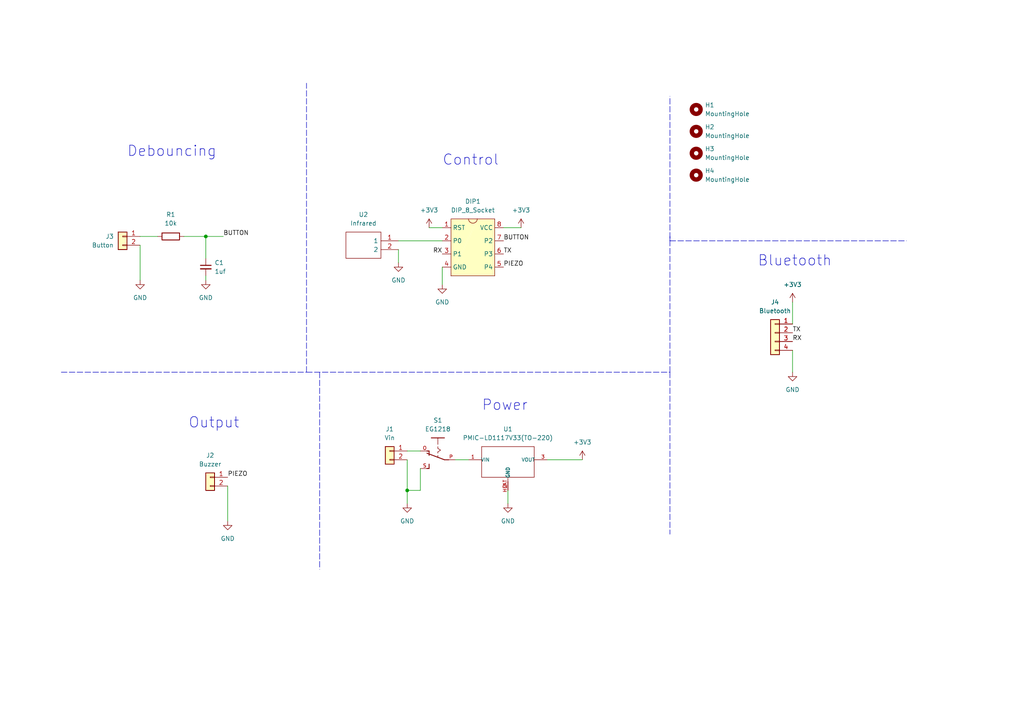
<source format=kicad_sch>
(kicad_sch (version 20211123) (generator eeschema)
  (paper "A4")
  (lib_symbols
    (symbol "Connector_Generic:Conn_01x02" (pin_names (offset 1.016) hide)
      (property "Reference" "J" (at 0 2.54 0))
      (property "Value" "Conn_01x02" (at 0 -5.08 0))
      (symbol "Conn_01x02_1_1"
        (rectangle (start -1.27 -2.413) (end 0 -2.667) (stroke (width 0.1524)))
        (rectangle (start -1.27 0.127) (end 0 -0.127) (stroke (width 0.1524)))
        (rectangle (start -1.27 1.27) (end 1.27 -3.81) (stroke (width 0.254)) (fill (type background)))
        (pin passive line (at -5.08 0 0) (length 3.81) (name "Pin_1") (number "1"))
        (pin passive line (at -5.08 -2.54 0) (length 3.81) (name "Pin_2") (number "2"))
      )
    )
    (symbol "Connector_Generic:Conn_01x04" (pin_names (offset 1.016) hide)
      (property "Reference" "J" (at 0 5.08 0))
      (property "Value" "Conn_01x04" (at 0 -7.62 0))
      (symbol "Conn_01x04_1_1"
        (rectangle (start -1.27 -4.953) (end 0 -5.207) (stroke (width 0.1524)))
        (rectangle (start -1.27 -2.413) (end 0 -2.667) (stroke (width 0.1524)))
        (rectangle (start -1.27 0.127) (end 0 -0.127) (stroke (width 0.1524)))
        (rectangle (start -1.27 2.667) (end 0 2.413) (stroke (width 0.1524)))
        (rectangle (start -1.27 3.81) (end 1.27 -6.35) (stroke (width 0.254)) (fill (type background)))
        (pin passive line (at -5.08 2.54 0) (length 3.81) (name "Pin_1") (number "1"))
        (pin passive line (at -5.08 0 0) (length 3.81) (name "Pin_2") (number "2"))
        (pin passive line (at -5.08 -2.54 0) (length 3.81) (name "Pin_3") (number "3"))
        (pin passive line (at -5.08 -5.08 0) (length 3.81) (name "Pin_4") (number "4"))
      )
    )
    (symbol "DIP_8_Socket:DIP_8_Socket"
      (property "Reference" "DIP1" (at 0 11.43 0))
      (property "Value" "DIP_8_Socket" (at 0 8.89 0))
      (symbol "DIP_8_Socket_0_1"
        (arc (start -1.27 6.35) (mid 0 5.1184) (end 1.27 6.35))
        (polyline (pts (xy -6.35 -10.16) (xy -6.35 6.35) (xy 1.27 6.35)) (fill (type background)))
        (polyline (pts (xy -6.35 -10.16) (xy 6.35 -10.16) (xy 6.35 6.35) (xy 1.27 6.35)) (fill (type background)))
      )
      (symbol "DIP_8_Socket_1_1"
        (pin bidirectional line (at -8.89 3.81 0) (length 2.54) (name "RST") (number "1"))
        (pin bidirectional line (at -8.89 0 0) (length 2.54) (name "P0") (number "2"))
        (pin bidirectional line (at -8.89 -3.81 0) (length 2.54) (name "P1") (number "3"))
        (pin power_in line (at -8.89 -7.62 0) (length 2.54) (name "GND") (number "4"))
        (pin bidirectional line (at 8.89 -7.62 180) (length 2.54) (name "P4") (number "5"))
        (pin bidirectional line (at 8.89 -3.81 180) (length 2.54) (name "P3") (number "6"))
        (pin bidirectional line (at 8.89 0 180) (length 2.54) (name "P2") (number "7"))
        (pin power_in line (at 8.89 3.81 180) (length 2.54) (name "VCC") (number "8"))
      )
    )
    (symbol "Device:C_Small" (pin_numbers hide) (pin_names (offset 0.254) hide)
      (property "Reference" "C" (at 0.254 1.778 0))
      (property "Value" "C_Small" (at 0.254 -2.032 0))
      (symbol "C_Small_0_1"
        (polyline (pts (xy -1.524 -0.508) (xy 1.524 -0.508)) (stroke (width 0.3302)))
        (polyline (pts (xy -1.524 0.508) (xy 1.524 0.508)) (stroke (width 0.3048)))
      )
      (symbol "C_Small_1_1"
        (pin passive line (at 0 2.54 270) (length 2.032) (name "~") (number "1"))
        (pin passive line (at 0 -2.54 90) (length 2.032) (name "~") (number "2"))
      )
    )
    (symbol "Device:R" (pin_numbers hide) (pin_names (offset 0))
      (property "Reference" "R" (at 2.032 0 90))
      (property "Value" "R" (at 0 0 90))
      (symbol "R_0_1"
        (rectangle (start -1.016 -2.54) (end 1.016 2.54) (stroke (width 0.254)))
      )
      (symbol "R_1_1"
        (pin passive line (at 0 3.81 270) (length 1.27) (name "~") (number "1"))
        (pin passive line (at 0 -3.81 90) (length 1.27) (name "~") (number "2"))
      )
    )
    (symbol "EG1218:EG1218" (pin_names (offset 1.016) hide)
      (property "Reference" "S" (at -6.35 -1.905 90))
      (property "Value" "EG1218" (at -3.81 3.175 90))
      (symbol "EG1218_0_0"
        (polyline (pts (xy -3.81 0) (xy -3.81 -1.905)) (stroke (width 0.254)))
        (polyline (pts (xy -3.81 0) (xy -1.905 0)) (stroke (width 0.1524)))
        (polyline (pts (xy -3.81 1.905) (xy -3.81 0)) (stroke (width 0.254)))
        (polyline (pts (xy -1.27 0) (xy -0.762 0)) (stroke (width 0.1524)))
        (polyline (pts (xy -0.762 0) (xy -0.254 -0.762)) (stroke (width 0.1524)))
        (polyline (pts (xy -0.254 -0.762) (xy 0.254 0)) (stroke (width 0.1524)))
        (polyline (pts (xy 0 2.54) (xy 0 3.175)) (stroke (width 0.254)))
        (polyline (pts (xy 0 2.54) (xy 1.27 2.54)) (stroke (width 0.254)))
        (polyline (pts (xy 0.254 0) (xy 0.635 0)) (stroke (width 0.1524)))
        (polyline (pts (xy 1.27 0) (xy 1.905 0)) (stroke (width 0.1524)))
        (polyline (pts (xy 2.54 -3.175) (xy 2.54 -1.905)) (stroke (width 0.254)))
        (polyline (pts (xy 2.54 -1.905) (xy 0.635 3.175)) (stroke (width 0.254)))
        (polyline (pts (xy 3.81 2.54) (xy 5.08 2.54)) (stroke (width 0.254)))
        (polyline (pts (xy 5.08 2.54) (xy 5.08 3.175)) (stroke (width 0.254)))
        (pin passive line (at 0 5.08 270) (length 2.54) (name "~") (number "O"))
        (pin passive line (at 2.54 -5.08 90) (length 2.54) (name "~") (number "P"))
        (pin passive line (at 5.08 5.08 270) (length 2.54) (name "~") (number "S"))
      )
    )
    (symbol "GP2Y0A21YK0F:GP2Y0A21YK0F" (pin_names (offset 0.762))
      (property "Reference" "U" (at 16.51 7.62 0))
      (property "Value" "GP2Y0A21YK0F" (at 16.51 5.08 0))
      (symbol "GP2Y0A21YK0F_0_0"
        (pin passive line (at 0 0 0) (length 5.08) (name "1") (number "1"))
        (pin passive line (at 0 -2.54 0) (length 5.08) (name "2") (number "2"))
      )
      (symbol "GP2Y0A21YK0F_0_1"
        (polyline (pts (xy 5.08 2.54) (xy 15.24 2.54) (xy 15.24 -5.08) (xy 5.08 -5.08) (xy 5.08 2.54)) (stroke (width 0.1524)))
      )
    )
    (symbol "Mechanical:MountingHole" (pin_names (offset 1.016))
      (property "Reference" "H" (at 0 5.08 0))
      (property "Value" "MountingHole" (at 0 3.175 0))
      (symbol "MountingHole_0_1"
        (circle (center 0 0) (radius 1.27) (stroke (width 1.27)))
      )
    )
    (symbol "PMIC-LD1117V33_TO-220_:PMIC-LD1117V33(TO-220)" (pin_names (offset 1.016))
      (property "Reference" "U" (at -6.35 5.08 0))
      (property "Value" "PMIC-LD1117V33(TO-220)" (at 0 5.08 0))
      (symbol "PMIC-LD1117V33(TO-220)_0_0"
        (polyline (pts (xy -7.62 -5.08) (xy -7.62 0)) (stroke (width 0.1524)))
        (polyline (pts (xy -7.62 0) (xy -8.89 0)) (stroke (width 0.1524)))
        (polyline (pts (xy -7.62 0) (xy -7.62 3.81)) (stroke (width 0.1524)))
        (polyline (pts (xy -7.62 3.81) (xy 7.62 3.81)) (stroke (width 0.1524)))
        (polyline (pts (xy 0 -6.35) (xy 0 -5.08)) (stroke (width 0.1524)))
        (polyline (pts (xy 0 -5.08) (xy -7.62 -5.08)) (stroke (width 0.1524)))
        (polyline (pts (xy 7.62 -5.08) (xy 0 -5.08)) (stroke (width 0.1524)))
        (polyline (pts (xy 7.62 0) (xy 7.62 -5.08)) (stroke (width 0.1524)))
        (polyline (pts (xy 7.62 3.81) (xy 7.62 0)) (stroke (width 0.1524)))
        (polyline (pts (xy 8.89 0) (xy 7.62 0)) (stroke (width 0.1524)))
        (pin bidirectional line (at -11.43 0 0) (length 2.54) (name "VIN") (number "1"))
        (pin bidirectional line (at 0 -8.89 90) (length 2.54) (name "GND") (number "2"))
        (pin bidirectional line (at 11.43 0 180) (length 2.54) (name "VOUT") (number "3"))
        (pin bidirectional line (at 0 -8.89 90) (length 2.54) (name "GND") (number "HEAT"))
      )
    )
    (symbol "power:+3.3V" (power) (pin_names (offset 0))
      (property "Value" "+3.3V" (at 0 3.556 0))
      (symbol "+3.3V_0_1"
        (polyline (pts (xy -0.762 1.27) (xy 0 2.54)))
        (polyline (pts (xy 0 0) (xy 0 2.54)))
        (polyline (pts (xy 0 2.54) (xy 0.762 1.27)))
      )
      (symbol "+3.3V_1_1"
        (pin power_in line (at 0 0 90) (length 0) hide (name "+3V3") (number "1"))
      )
    )
    (symbol "power:GND" (power) (pin_names (offset 0))
      (property "Value" "GND" (at 0 -3.81 0))
      (symbol "GND_0_1"
        (polyline (pts (xy 0 0) (xy 0 -1.27) (xy 1.27 -1.27) (xy 0 -2.54) (xy -1.27 -1.27) (xy 0 -1.27)))
      )
      (symbol "GND_1_1"
        (pin power_in line (at 0 0 270) (length 0) hide (name "GND") (number "1"))
      )
    )
  )
  (junction (at 118.11 142.24))
  (junction (at 59.69 68.58))
  (wire (pts (xy 118.11 142.24) (xy 121.92 142.24)))
  (polyline (pts (xy 194.31 107.95) (xy 194.31 154.94)))
  (wire (pts (xy 118.11 142.24) (xy 118.11 146.05)))
  (wire (pts (xy 132.08 133.35) (xy 135.89 133.35)))
  (wire (pts (xy 124.46 66.04) (xy 128.27 66.04)))
  (wire (pts (xy 146.05 66.04) (xy 151.13 66.04)))
  (wire (pts (xy 59.69 68.58) (xy 64.77 68.58)))
  (wire (pts (xy 40.64 71.12) (xy 40.64 81.28)))
  (wire (pts (xy 53.34 68.58) (xy 59.69 68.58)))
  (wire (pts (xy 40.64 68.58) (xy 45.72 68.58)))
  (wire (pts (xy 118.11 130.81) (xy 121.92 130.81)))
  (polyline (pts (xy 92.71 107.95) (xy 92.71 165.1)))
  (polyline (pts (xy 194.31 69.85) (xy 262.89 69.85)))
  (polyline (pts (xy 88.9 107.95) (xy 194.31 107.95)))
  (polyline (pts (xy 17.78 107.95) (xy 88.9 107.95)))
  (wire (pts (xy 158.75 133.35) (xy 168.91 133.35)))
  (wire (pts (xy 121.92 135.89) (xy 121.92 142.24)))
  (polyline (pts (xy 88.9 107.95) (xy 88.9 24.13)))
  (wire (pts (xy 118.11 133.35) (xy 118.11 142.24)))
  (wire (pts (xy 59.69 68.58) (xy 59.69 74.93)))
  (wire (pts (xy 59.69 80.01) (xy 59.69 81.28)))
  (polyline (pts (xy 194.31 107.95) (xy 194.31 27.94)))
  (wire (pts (xy 128.27 77.47) (xy 128.27 82.55)))
  (wire (pts (xy 66.04 140.97) (xy 66.04 151.13)))
  (wire (pts (xy 229.87 87.63) (xy 229.87 93.98)))
  (wire (pts (xy 147.32 142.24) (xy 147.32 146.05)))
  (polyline (pts (xy 194.31 68.58) (xy 194.31 69.85)))
  (wire (pts (xy 115.57 69.85) (xy 128.27 69.85)))
  (wire (pts (xy 115.57 72.39) (xy 115.57 76.2)))
  (wire (pts (xy 229.87 101.6) (xy 229.87 107.95)))
  (text "Bluetooth" (at 219.71 77.47 0) (effects (font (size 3 3)) (justify left bottom)))
  (text "Power" (at 139.7 119.38 0) (effects (font (size 3 3)) (justify left bottom)))
  (text "Debouncing" (at 36.83 45.72 0) (effects (font (size 3 3)) (justify left bottom)))
  (text "Output" (at 54.61 124.46 0) (effects (font (size 3 3)) (justify left bottom)))
  (text "Control" (at 128.27 48.26 0) (effects (font (size 3 3)) (justify left bottom)))
  (label "RX" (at 229.87 99.06 0))
  (label "BUTTON" (at 146.05 69.85 0))
  (label "PIEZO" (at 66.04 138.43 0))
  (label "BUTTON" (at 64.77 68.58 0))
  (label "TX" (at 229.87 96.52 0))
  (label "RX" (at 128.27 73.66 180))
  (label "TX" (at 146.05 73.66 0))
  (label "PIEZO" (at 146.05 77.47 0))
  (symbol (lib_id "Device:R") (at 49.53 68.58 270) (unit 1)
    (property "Reference" "R1" (at 49.53 62.23 90))
    (property "Value" "10k" (at 49.53 64.77 90))
    (property "Footprint" "Resistor_SMD:R_0805_2012Metric_Pad1.20x1.40mm_HandSolder" (effects hide))
  )
  (symbol (lib_id "PMIC-LD1117V33_TO-220_:PMIC-LD1117V33(TO-220)") (at 147.32 133.35 0) (unit 1)
    (property "Reference" "U1" (at 147.32 124.46 0))
    (property "Value" "PMIC-LD1117V33(TO-220)" (at 147.32 127 0))
    (property "Footprint" "reg:TO-220" (effects hide))
    (property "MPN" "LD1117V33" (effects hide))
    (property "VALUE" "LD1117V33-TO220" (effects hide))
  )
  (symbol (lib_id "Mechanical:MountingHole") (at 201.93 31.75 0) (unit 1)
    (property "Reference" "H1" (at 204.47 30.4799 0) (effects (justify left)))
    (property "Value" "MountingHole" (at 204.47 33.0199 0) (effects (justify left)))
    (property "Footprint" "MountingHole:MountingHole_3.2mm_M3" (effects hide))
  )
  (symbol (lib_id "power:GND") (at 66.04 151.13 0) (unit 1)
    (property "Reference" "#PWR0103" (effects hide))
    (property "Value" "GND" (at 66.04 156.21 0))
  )
  (symbol (lib_id "Mechanical:MountingHole") (at 201.93 50.8 0) (unit 1)
    (property "Reference" "H4" (at 204.47 49.5299 0) (effects (justify left)))
    (property "Value" "MountingHole" (at 204.47 52.0699 0) (effects (justify left)))
    (property "Footprint" "MountingHole:MountingHole_3.2mm_M3" (effects hide))
  )
  (symbol (lib_id "power:GND") (at 128.27 82.55 0) (unit 1)
    (property "Reference" "#PWR0107" (effects hide))
    (property "Value" "GND" (at 128.27 87.63 0))
  )
  (symbol (lib_id "power:GND") (at 40.64 81.28 0) (unit 1)
    (property "Reference" "#PWR0110" (effects hide))
    (property "Value" "GND" (at 40.64 86.36 0))
  )
  (symbol (lib_id "power:+3.3V") (at 229.87 87.63 0) (unit 1)
    (property "Reference" "#PWR0101" (effects hide))
    (property "Value" "+3.3V" (at 229.87 82.55 0))
  )
  (symbol (lib_id "GP2Y0A21YK0F:GP2Y0A21YK0F") (at 115.57 69.85 0) (mirror y) (unit 1)
    (property "Reference" "U2" (at 105.41 62.23 0))
    (property "Value" "Infrared" (at 105.41 64.77 0))
    (property "Footprint" "footprints:GP2Y0A21YK0F" (effects hide))
    (property "Datasheet" "https://datasheet.datasheetarchive.com/originals/distributors/Datasheets_SAMA/581bd617bb43512033b1ad4814d5666e.pdf" (effects hide))
    (property "Description" "Distance Sensor 10-80cm,GP2Y0A21YK0F Sharp GP2Y0A21YK0F Reflective Sensor" (effects hide))
    (property "Manufacturer_Name" "Sharp Microelectronics" (effects hide))
    (property "Manufacturer_Part_Number" "GP2Y0A21YK0F" (effects hide))
    (property "Mouser Part Number" "852-GP2Y0A21YK0F" (effects hide))
    (property "Mouser Price/Stock" "https://www.mouser.co.uk/ProductDetail/Sharp-Microelectronics/GP2Y0A21YK0F?qs=5S%2F4hkdqNNcI0gpWLEuQ8w%3D%3D" (effects hide))
    (property "Arrow Part Number" "GP2Y0A21YK0F" (effects hide))
    (property "Arrow Price/Stock" "https://www.arrow.com/en/products/gp2y0a21yk0f/sharp" (effects hide))
  )
  (symbol (lib_id "Connector_Generic:Conn_01x04") (at 224.79 96.52 0) (mirror y) (unit 1)
    (property "Reference" "J4" (at 224.79 87.63 0))
    (property "Value" "Bluetooth" (at 224.79 90.17 0))
    (property "Footprint" "Connector_Molex:Molex_KK-254_AE-6410-04A_1x04_P2.54mm_Vertical" (effects hide))
  )
  (symbol (lib_id "Connector_Generic:Conn_01x02") (at 113.03 130.81 0) (mirror y) (unit 1)
    (property "Reference" "J1" (at 113.03 124.46 0))
    (property "Value" "Vin" (at 113.03 127 0))
    (property "Footprint" "Connector_Molex:Molex_KK-254_AE-6410-02A_1x02_P2.54mm_Vertical" (effects hide))
  )
  (symbol (lib_id "power:+3.3V") (at 168.91 133.35 0) (unit 1)
    (property "Reference" "#PWR0105" (effects hide))
    (property "Value" "+3.3V" (at 168.91 128.27 0))
  )
  (symbol (lib_id "Mechanical:MountingHole") (at 201.93 44.45 0) (unit 1)
    (property "Reference" "H3" (at 204.47 43.1799 0) (effects (justify left)))
    (property "Value" "MountingHole" (at 204.47 45.7199 0) (effects (justify left)))
    (property "Footprint" "MountingHole:MountingHole_3.2mm_M3" (effects hide))
  )
  (symbol (lib_id "Connector_Generic:Conn_01x02") (at 60.96 138.43 0) (mirror y) (unit 1)
    (property "Reference" "J2" (at 60.96 132.08 0))
    (property "Value" "Buzzer" (at 60.96 134.62 0))
    (property "Footprint" "Connector_Molex:Molex_KK-254_AE-6410-02A_1x02_P2.54mm_Vertical" (effects hide))
  )
  (symbol (lib_id "power:GND") (at 115.57 76.2 0) (unit 1)
    (property "Reference" "#PWR0112" (effects hide))
    (property "Value" "GND" (at 115.57 81.28 0))
  )
  (symbol (lib_id "power:GND") (at 59.69 81.28 0) (unit 1)
    (property "Reference" "#PWR0111" (effects hide))
    (property "Value" "GND" (at 59.69 86.36 0))
  )
  (symbol (lib_id "power:GND") (at 147.32 146.05 0) (mirror y) (unit 1)
    (property "Reference" "#PWR0108" (effects hide))
    (property "Value" "GND" (at 147.32 151.13 0))
  )
  (symbol (lib_id "Device:C_Small") (at 59.69 77.47 0) (unit 1)
    (property "Reference" "C1" (at 62.23 76.2062 0) (effects (justify left)))
    (property "Value" "1uf" (at 62.23 78.7462 0) (effects (justify left)))
    (property "Footprint" "Capacitor_SMD:C_0805_2012Metric_Pad1.18x1.45mm_HandSolder" (effects hide))
  )
  (symbol (lib_id "EG1218:EG1218") (at 127 130.81 90) (mirror x) (unit 1)
    (property "Reference" "S1" (at 127 121.92 90))
    (property "Value" "EG1218" (at 127 124.46 90))
    (property "Footprint" "footprints:EG1218" (effects hide))
  )
  (symbol (lib_id "DIP_8_Socket:DIP_8_Socket") (at 137.16 69.85 0) (unit 1)
    (property "Reference" "DIP1" (at 137.16 58.42 0))
    (property "Value" "DIP_8_Socket" (at 137.16 60.96 0))
    (property "Footprint" "Package_DIP:DIP-8_W7.62mm_Socket" (effects hide))
  )
  (symbol (lib_id "Mechanical:MountingHole") (at 201.93 38.1 0) (unit 1)
    (property "Reference" "H2" (at 204.47 36.8299 0) (effects (justify left)))
    (property "Value" "MountingHole" (at 204.47 39.3699 0) (effects (justify left)))
    (property "Footprint" "MountingHole:MountingHole_3.2mm_M3" (effects hide))
  )
  (symbol (lib_id "power:+3.3V") (at 151.13 66.04 0) (unit 1)
    (property "Reference" "#PWR0102" (effects hide))
    (property "Value" "+3.3V" (at 151.13 60.96 0))
  )
  (symbol (lib_id "Connector_Generic:Conn_01x02") (at 35.56 68.58 0) (mirror y) (unit 1)
    (property "Reference" "J3" (at 33.02 68.5799 0) (effects (justify left)))
    (property "Value" "Button" (at 33.02 71.1199 0) (effects (justify left)))
    (property "Footprint" "Connector_Molex:Molex_KK-254_AE-6410-02A_1x02_P2.54mm_Vertical" (effects hide))
  )
  (symbol (lib_id "power:GND") (at 118.11 146.05 0) (mirror y) (unit 1)
    (property "Reference" "#PWR0109" (effects hide))
    (property "Value" "GND" (at 118.11 151.13 0))
  )
  (symbol (lib_id "power:GND") (at 229.87 107.95 0) (unit 1)
    (property "Reference" "#PWR0104" (effects hide))
    (property "Value" "GND" (at 229.87 113.03 0))
  )
  (symbol (lib_id "power:+3.3V") (at 124.46 66.04 0) (unit 1)
    (property "Reference" "#PWR0106" (effects hide))
    (property "Value" "+3.3V" (at 124.46 60.96 0))
  )
)
</source>
